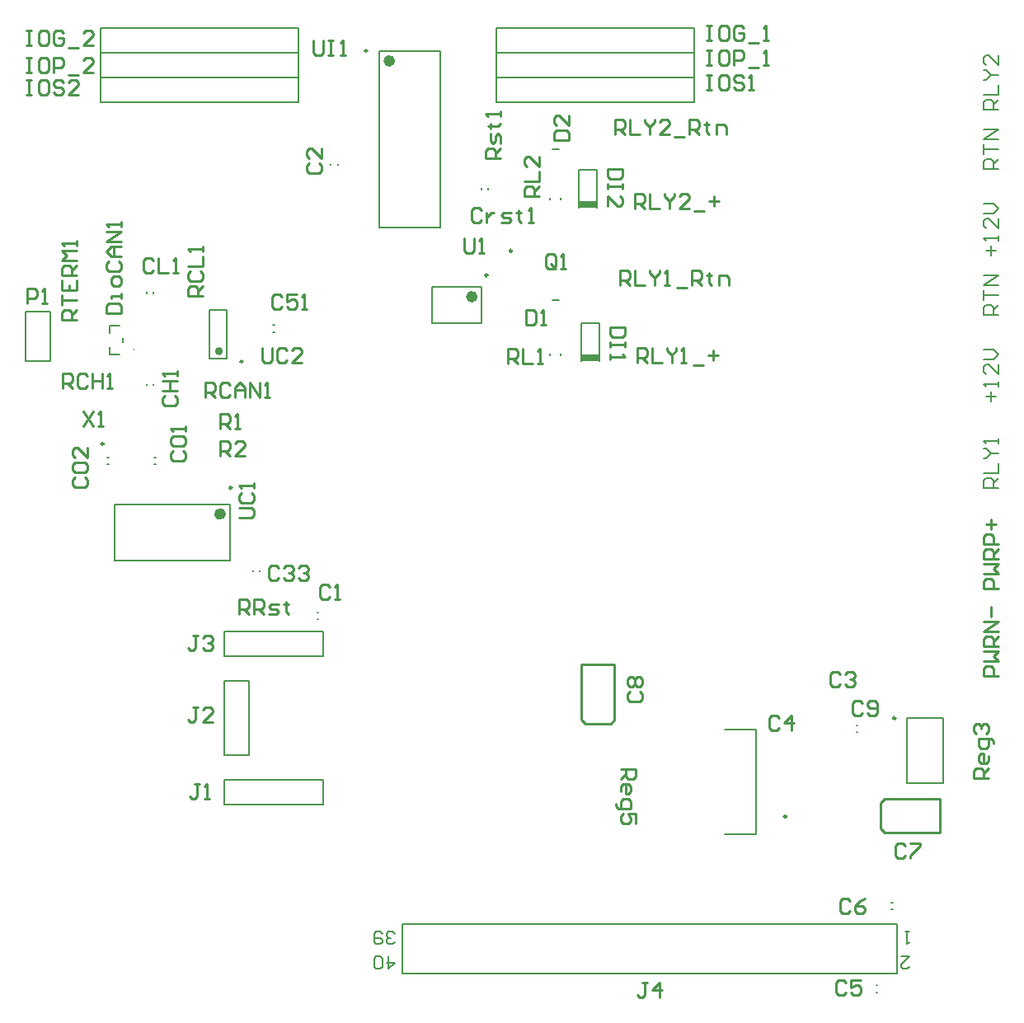
<source format=gto>
G04*
G04 #@! TF.GenerationSoftware,Altium Limited,Altium Designer,20.2.8 (258)*
G04*
G04 Layer_Color=65535*
%FSLAX24Y24*%
%MOIN*%
G70*
G04*
G04 #@! TF.SameCoordinates,2D8D9C66-5576-4C64-8BDA-EEC9A906AE53*
G04*
G04*
G04 #@! TF.FilePolarity,Positive*
G04*
G01*
G75*
%ADD10C,0.0079*%
%ADD11C,0.0098*%
%ADD12C,0.0236*%
%ADD13C,0.0157*%
%ADD14C,0.0100*%
%ADD15C,0.0080*%
%ADD16R,0.0748X0.0315*%
D10*
X4895Y26406D02*
G03*
X4895Y26406I-8J0D01*
G01*
X34110Y11208D02*
X34150D01*
X34110Y10932D02*
X34150D01*
X22167Y32480D02*
Y32520D01*
X21733Y32480D02*
Y32520D01*
X12550Y14000D02*
Y15000D01*
X8550Y14000D02*
X12550D01*
X8550Y15000D02*
X12550D01*
X8550Y14000D02*
Y15000D01*
X3550Y36400D02*
Y37400D01*
X11550D01*
Y36400D02*
Y37400D01*
X3550Y36400D02*
X11550D01*
X19550D02*
Y37400D01*
X27550D01*
Y36400D02*
Y37400D01*
X19550Y36400D02*
X27550D01*
X3550Y37400D02*
Y38400D01*
X11550D01*
Y37400D02*
Y38400D01*
X3550Y37400D02*
X11550D01*
X19550D02*
Y38400D01*
X27550D01*
Y37400D02*
Y38400D01*
X19550Y37400D02*
X27550D01*
X3550Y38400D02*
Y39400D01*
X11550D01*
Y38400D02*
Y39400D01*
X3550Y38400D02*
X11550D01*
X22876Y33668D02*
X23624D01*
Y32132D02*
Y33668D01*
X22876Y32132D02*
Y33668D01*
X21832Y34491D02*
X22068D01*
X3830Y21762D02*
X3870D01*
X3830Y22038D02*
X3870D01*
X5730Y21762D02*
X5770D01*
X5730Y22038D02*
X5770D01*
X5688Y28680D02*
Y28720D01*
X5412Y28680D02*
Y28720D01*
X5678Y24970D02*
Y25010D01*
X5402Y24970D02*
Y25010D01*
X9988Y17440D02*
Y17480D01*
X9712Y17440D02*
Y17480D01*
X10530Y27112D02*
X10570D01*
X10530Y27388D02*
X10570D01*
X35530Y3762D02*
X35570D01*
X35530Y4038D02*
X35570D01*
X34920Y688D02*
X34960D01*
X34920Y412D02*
X34960D01*
X12862Y33860D02*
Y33900D01*
X13138Y33860D02*
Y33900D01*
X12320Y15482D02*
X12360D01*
X12320Y15758D02*
X12360D01*
X19218Y32880D02*
Y32920D01*
X18942Y32880D02*
Y32920D01*
X21832Y28391D02*
X22068D01*
X22976Y27468D02*
X23724D01*
Y25932D02*
Y27468D01*
X22976Y25932D02*
Y27468D01*
X3934Y26209D02*
Y26504D01*
Y26209D02*
X4310D01*
X3934Y27351D02*
X4310D01*
X4446Y26682D02*
Y26878D01*
X3934Y27056D02*
Y27351D01*
X19550Y38400D02*
Y39400D01*
X27550D01*
Y38400D02*
Y39400D01*
X19550Y38400D02*
X27550D01*
X12550Y8000D02*
Y9000D01*
X8550Y8000D02*
X12550D01*
X8550Y9000D02*
X12550D01*
X8550Y8000D02*
Y9000D01*
Y10000D02*
Y13000D01*
Y10000D02*
X9550D01*
Y13000D01*
X8550D02*
X9550D01*
X15750Y3150D02*
X35750D01*
X15750Y1150D02*
X35750D01*
Y3150D01*
X15750Y1150D02*
Y3150D01*
X510Y27930D02*
X1510D01*
Y25930D02*
Y27930D01*
X510Y25930D02*
X1510D01*
X510D02*
Y27930D01*
X22167Y26180D02*
Y26220D01*
X21733Y26180D02*
Y26220D01*
X16946Y28928D02*
X18954D01*
X16946Y27472D02*
X18954D01*
Y28928D01*
X16946Y27472D02*
Y28928D01*
X4127Y17858D02*
Y20142D01*
X8773Y17858D02*
Y20142D01*
X4127Y17858D02*
X8773D01*
X4127Y20142D02*
X8773D01*
X7946Y27984D02*
X8654D01*
X7946Y26016D02*
X8654D01*
X7946D02*
Y27984D01*
X8654Y26016D02*
Y27984D01*
X14830Y31337D02*
X17270D01*
X14830Y38463D02*
X17270D01*
Y31337D02*
Y38463D01*
X14830Y31337D02*
Y38463D01*
X36162Y8851D02*
X37618D01*
X36162Y11489D02*
X37618D01*
Y8851D02*
Y11489D01*
X36162Y8851D02*
Y11489D01*
X28770Y11026D02*
X30050D01*
Y6814D02*
Y11026D01*
X28770Y6814D02*
X30050D01*
D11*
X20183Y30384D02*
G03*
X20183Y30384I-49J0D01*
G01*
X19200Y29401D02*
G03*
X19200Y29401I-49J0D01*
G01*
X8854Y20811D02*
G03*
X8854Y20811I-49J0D01*
G01*
X9294Y25915D02*
G03*
X9294Y25915I-49J0D01*
G01*
X14328Y38485D02*
G03*
X14328Y38485I-49J0D01*
G01*
X3674Y22585D02*
G03*
X3674Y22585I-49J0D01*
G01*
X35689Y11489D02*
G03*
X35689Y11489I-49J0D01*
G01*
X31280Y7516D02*
G03*
X31280Y7516I-49J0D01*
G01*
D12*
X18678Y28535D02*
G03*
X18678Y28535I-118J0D01*
G01*
X8497Y19748D02*
G03*
X8497Y19748I-118J0D01*
G01*
X15341Y38069D02*
G03*
X15341Y38069I-118J0D01*
G01*
D13*
X8418Y26331D02*
G03*
X8418Y26331I-79J0D01*
G01*
D14*
X22991Y11436D02*
X23148Y11279D01*
X24172D02*
X24329Y11436D01*
X23148Y11279D02*
X24172D01*
X22991Y13661D02*
X24329D01*
Y11436D02*
Y13661D01*
X22991Y11436D02*
Y13661D01*
X35089Y8062D02*
X35246Y8219D01*
X35089Y7038D02*
X35246Y6881D01*
X35089Y7038D02*
Y8062D01*
X37471Y6881D02*
Y8219D01*
X35246Y6881D02*
X37471D01*
X35246Y8219D02*
X37471D01*
X24590Y9420D02*
X25190D01*
Y9120D01*
X25090Y9020D01*
X24890D01*
X24790Y9120D01*
Y9420D01*
Y9220D02*
X24590Y9020D01*
Y8520D02*
Y8720D01*
X24690Y8820D01*
X24890D01*
X24990Y8720D01*
Y8520D01*
X24890Y8420D01*
X24790D01*
Y8820D01*
X24390Y8020D02*
Y7920D01*
X24490Y7821D01*
X24990D01*
Y8120D01*
X24890Y8220D01*
X24690D01*
X24590Y8120D01*
Y7821D01*
X25190Y7221D02*
Y7621D01*
X24890D01*
X24990Y7421D01*
Y7321D01*
X24890Y7221D01*
X24690D01*
X24590Y7321D01*
Y7521D01*
X24690Y7621D01*
X39450Y9050D02*
X38850D01*
Y9350D01*
X38950Y9450D01*
X39150D01*
X39250Y9350D01*
Y9050D01*
Y9250D02*
X39450Y9450D01*
Y9950D02*
Y9750D01*
X39350Y9650D01*
X39150D01*
X39050Y9750D01*
Y9950D01*
X39150Y10050D01*
X39250D01*
Y9650D01*
X39650Y10450D02*
Y10550D01*
X39550Y10649D01*
X39050D01*
Y10350D01*
X39150Y10250D01*
X39350D01*
X39450Y10350D01*
Y10649D01*
X38950Y10849D02*
X38850Y10949D01*
Y11149D01*
X38950Y11249D01*
X39050D01*
X39150Y11149D01*
Y11049D01*
Y11149D01*
X39250Y11249D01*
X39350D01*
X39450Y11149D01*
Y10949D01*
X39350Y10849D01*
X34350Y12100D02*
X34250Y12200D01*
X34050D01*
X33950Y12100D01*
Y11700D01*
X34050Y11600D01*
X34250D01*
X34350Y11700D01*
X34550D02*
X34650Y11600D01*
X34850D01*
X34950Y11700D01*
Y12100D01*
X34850Y12200D01*
X34650D01*
X34550Y12100D01*
Y12000D01*
X34650Y11900D01*
X34950D01*
X24960Y12560D02*
X24860Y12460D01*
Y12260D01*
X24960Y12160D01*
X25360D01*
X25460Y12260D01*
Y12460D01*
X25360Y12560D01*
X24960Y12760D02*
X24860Y12860D01*
Y13060D01*
X24960Y13160D01*
X25060D01*
X25160Y13060D01*
X25260Y13160D01*
X25360D01*
X25460Y13060D01*
Y12860D01*
X25360Y12760D01*
X25260D01*
X25160Y12860D01*
X25060Y12760D01*
X24960D01*
X25160Y12860D02*
Y13060D01*
X36090Y6320D02*
X35990Y6420D01*
X35790D01*
X35690Y6320D01*
Y5920D01*
X35790Y5820D01*
X35990D01*
X36090Y5920D01*
X36290Y6420D02*
X36690D01*
Y6320D01*
X36290Y5920D01*
Y5820D01*
X2840Y23890D02*
X3240Y23290D01*
Y23890D02*
X2840Y23290D01*
X3440D02*
X3640D01*
X3540D01*
Y23890D01*
X3440Y23790D01*
X12150Y38900D02*
Y38400D01*
X12250Y38300D01*
X12450D01*
X12550Y38400D01*
Y38900D01*
X12750D02*
X12950D01*
X12850D01*
Y38300D01*
X12750D01*
X12950D01*
X13250D02*
X13450D01*
X13350D01*
Y38900D01*
X13250Y38800D01*
X10090Y26450D02*
Y25950D01*
X10190Y25850D01*
X10390D01*
X10490Y25950D01*
Y26450D01*
X11090Y26350D02*
X10990Y26450D01*
X10790D01*
X10690Y26350D01*
Y25950D01*
X10790Y25850D01*
X10990D01*
X11090Y25950D01*
X11689Y25850D02*
X11290D01*
X11689Y26250D01*
Y26350D01*
X11590Y26450D01*
X11390D01*
X11290Y26350D01*
X9150Y19600D02*
X9650D01*
X9750Y19700D01*
Y19900D01*
X9650Y20000D01*
X9150D01*
X9250Y20600D02*
X9150Y20500D01*
Y20300D01*
X9250Y20200D01*
X9650D01*
X9750Y20300D01*
Y20500D01*
X9650Y20600D01*
X9750Y20800D02*
Y21000D01*
Y20900D01*
X9150D01*
X9250Y20800D01*
X18250Y30900D02*
Y30400D01*
X18350Y30300D01*
X18550D01*
X18650Y30400D01*
Y30900D01*
X18850Y30300D02*
X19050D01*
X18950D01*
Y30900D01*
X18850Y30800D01*
X2580Y27590D02*
X1980D01*
Y27890D01*
X2080Y27990D01*
X2280D01*
X2380Y27890D01*
Y27590D01*
Y27790D02*
X2580Y27990D01*
X1980Y28190D02*
Y28590D01*
Y28390D01*
X2580D01*
X1980Y29189D02*
Y28790D01*
X2580D01*
Y29189D01*
X2280Y28790D02*
Y28990D01*
X2580Y29389D02*
X1980D01*
Y29689D01*
X2080Y29789D01*
X2280D01*
X2380Y29689D01*
Y29389D01*
Y29589D02*
X2580Y29789D01*
Y29989D02*
X1980D01*
X2180Y30189D01*
X1980Y30389D01*
X2580D01*
Y30589D02*
Y30789D01*
Y30689D01*
X1980D01*
X2080Y30589D01*
X24350Y35100D02*
Y35700D01*
X24650D01*
X24750Y35600D01*
Y35400D01*
X24650Y35300D01*
X24350D01*
X24550D02*
X24750Y35100D01*
X24950Y35700D02*
Y35100D01*
X25350D01*
X25550Y35700D02*
Y35600D01*
X25750Y35400D01*
X25949Y35600D01*
Y35700D01*
X25750Y35400D02*
Y35100D01*
X26549D02*
X26149D01*
X26549Y35500D01*
Y35600D01*
X26449Y35700D01*
X26249D01*
X26149Y35600D01*
X26749Y35000D02*
X27149D01*
X27349Y35100D02*
Y35700D01*
X27649D01*
X27749Y35600D01*
Y35400D01*
X27649Y35300D01*
X27349D01*
X27549D02*
X27749Y35100D01*
X28049Y35600D02*
Y35500D01*
X27949D01*
X28149D01*
X28049D01*
Y35200D01*
X28149Y35100D01*
X28449D02*
Y35500D01*
X28749D01*
X28849Y35400D01*
Y35100D01*
X25150Y32100D02*
Y32700D01*
X25450D01*
X25550Y32600D01*
Y32400D01*
X25450Y32300D01*
X25150D01*
X25350D02*
X25550Y32100D01*
X25750Y32700D02*
Y32100D01*
X26150D01*
X26350Y32700D02*
Y32600D01*
X26550Y32400D01*
X26749Y32600D01*
Y32700D01*
X26550Y32400D02*
Y32100D01*
X27349D02*
X26949D01*
X27349Y32500D01*
Y32600D01*
X27249Y32700D01*
X27049D01*
X26949Y32600D01*
X27549Y32000D02*
X27949D01*
X28149Y32400D02*
X28549D01*
X28349Y32600D02*
Y32200D01*
X24550Y29000D02*
Y29600D01*
X24850D01*
X24950Y29500D01*
Y29300D01*
X24850Y29200D01*
X24550D01*
X24750D02*
X24950Y29000D01*
X25150Y29600D02*
Y29000D01*
X25550D01*
X25750Y29600D02*
Y29500D01*
X25950Y29300D01*
X26149Y29500D01*
Y29600D01*
X25950Y29300D02*
Y29000D01*
X26349D02*
X26549D01*
X26449D01*
Y29600D01*
X26349Y29500D01*
X26849Y28900D02*
X27249D01*
X27449Y29000D02*
Y29600D01*
X27749D01*
X27849Y29500D01*
Y29300D01*
X27749Y29200D01*
X27449D01*
X27649D02*
X27849Y29000D01*
X28149Y29500D02*
Y29400D01*
X28049D01*
X28249D01*
X28149D01*
Y29100D01*
X28249Y29000D01*
X28549D02*
Y29400D01*
X28849D01*
X28949Y29300D01*
Y29000D01*
X25235Y25865D02*
Y26465D01*
X25535D01*
X25635Y26365D01*
Y26165D01*
X25535Y26065D01*
X25235D01*
X25435D02*
X25635Y25865D01*
X25835Y26465D02*
Y25865D01*
X26235D01*
X26435Y26465D02*
Y26365D01*
X26635Y26165D01*
X26834Y26365D01*
Y26465D01*
X26635Y26165D02*
Y25865D01*
X27034D02*
X27234D01*
X27134D01*
Y26465D01*
X27034Y26365D01*
X27534Y25765D02*
X27934D01*
X28134Y26165D02*
X28534D01*
X28334Y26365D02*
Y25965D01*
X21280Y32600D02*
X20680D01*
Y32900D01*
X20780Y33000D01*
X20980D01*
X21080Y32900D01*
Y32600D01*
Y32800D02*
X21280Y33000D01*
X20680Y33200D02*
X21280D01*
Y33600D01*
Y34199D02*
Y33800D01*
X20880Y34199D01*
X20780D01*
X20680Y34100D01*
Y33900D01*
X20780Y33800D01*
X20030Y25830D02*
Y26430D01*
X20330D01*
X20430Y26330D01*
Y26130D01*
X20330Y26030D01*
X20030D01*
X20230D02*
X20430Y25830D01*
X20630Y26430D02*
Y25830D01*
X21030D01*
X21230D02*
X21430D01*
X21330D01*
Y26430D01*
X21230Y26330D01*
X7700Y28570D02*
X7100D01*
Y28870D01*
X7200Y28970D01*
X7400D01*
X7500Y28870D01*
Y28570D01*
Y28770D02*
X7700Y28970D01*
X7200Y29570D02*
X7100Y29470D01*
Y29270D01*
X7200Y29170D01*
X7600D01*
X7700Y29270D01*
Y29470D01*
X7600Y29570D01*
X7100Y29770D02*
X7700D01*
Y30169D01*
Y30369D02*
Y30569D01*
Y30469D01*
X7100D01*
X7200Y30369D01*
X2030Y24840D02*
Y25440D01*
X2330D01*
X2430Y25340D01*
Y25140D01*
X2330Y25040D01*
X2030D01*
X2230D02*
X2430Y24840D01*
X3030Y25340D02*
X2930Y25440D01*
X2730D01*
X2630Y25340D01*
Y24940D01*
X2730Y24840D01*
X2930D01*
X3030Y24940D01*
X3230Y25440D02*
Y24840D01*
Y25140D01*
X3629D01*
Y25440D01*
Y24840D01*
X3829D02*
X4029D01*
X3929D01*
Y25440D01*
X3829Y25340D01*
X7790Y24470D02*
Y25070D01*
X8090D01*
X8190Y24970D01*
Y24770D01*
X8090Y24670D01*
X7790D01*
X7990D02*
X8190Y24470D01*
X8790Y24970D02*
X8690Y25070D01*
X8490D01*
X8390Y24970D01*
Y24570D01*
X8490Y24470D01*
X8690D01*
X8790Y24570D01*
X8990Y24470D02*
Y24870D01*
X9190Y25070D01*
X9389Y24870D01*
Y24470D01*
Y24770D01*
X8990D01*
X9589Y24470D02*
Y25070D01*
X9989Y24470D01*
Y25070D01*
X10189Y24470D02*
X10389D01*
X10289D01*
Y25070D01*
X10189Y24970D01*
X8400Y22090D02*
Y22690D01*
X8700D01*
X8800Y22590D01*
Y22390D01*
X8700Y22290D01*
X8400D01*
X8600D02*
X8800Y22090D01*
X9400D02*
X9000D01*
X9400Y22490D01*
Y22590D01*
X9300Y22690D01*
X9100D01*
X9000Y22590D01*
X8370Y23210D02*
Y23810D01*
X8670D01*
X8770Y23710D01*
Y23510D01*
X8670Y23410D01*
X8370D01*
X8570D02*
X8770Y23210D01*
X8970D02*
X9170D01*
X9070D01*
Y23810D01*
X8970Y23710D01*
X21950Y29750D02*
Y30150D01*
X21850Y30250D01*
X21650D01*
X21550Y30150D01*
Y29750D01*
X21650Y29650D01*
X21850D01*
X21750Y29850D02*
X21950Y29650D01*
X21850D02*
X21950Y29750D01*
X22150Y29650D02*
X22350D01*
X22250D01*
Y30250D01*
X22150Y30150D01*
X39840Y16720D02*
X39240D01*
Y17020D01*
X39340Y17120D01*
X39540D01*
X39640Y17020D01*
Y16720D01*
X39240Y17320D02*
X39840D01*
X39640Y17520D01*
X39840Y17720D01*
X39240D01*
X39840Y17920D02*
X39240D01*
Y18220D01*
X39340Y18319D01*
X39540D01*
X39640Y18220D01*
Y17920D01*
Y18120D02*
X39840Y18319D01*
Y18519D02*
X39240D01*
Y18819D01*
X39340Y18919D01*
X39540D01*
X39640Y18819D01*
Y18519D01*
X39540Y19119D02*
Y19519D01*
X39340Y19319D02*
X39740D01*
X39850Y13200D02*
X39250D01*
Y13500D01*
X39350Y13600D01*
X39550D01*
X39650Y13500D01*
Y13200D01*
X39250Y13800D02*
X39850D01*
X39650Y14000D01*
X39850Y14200D01*
X39250D01*
X39850Y14400D02*
X39250D01*
Y14700D01*
X39350Y14799D01*
X39550D01*
X39650Y14700D01*
Y14400D01*
Y14600D02*
X39850Y14799D01*
Y14999D02*
X39250D01*
X39850Y15399D01*
X39250D01*
X39550Y15599D02*
Y15999D01*
X575Y28265D02*
Y28865D01*
X875D01*
X975Y28765D01*
Y28565D01*
X875Y28465D01*
X575D01*
X1175Y28265D02*
X1375D01*
X1275D01*
Y28865D01*
X1175Y28765D01*
X25650Y800D02*
X25450D01*
X25550D01*
Y300D01*
X25450Y200D01*
X25350D01*
X25250Y300D01*
X26150Y200D02*
Y800D01*
X25850Y500D01*
X26250D01*
X7480Y14830D02*
X7280D01*
X7380D01*
Y14330D01*
X7280Y14230D01*
X7180D01*
X7080Y14330D01*
X7680Y14730D02*
X7780Y14830D01*
X7980D01*
X8080Y14730D01*
Y14630D01*
X7980Y14530D01*
X7880D01*
X7980D01*
X8080Y14430D01*
Y14330D01*
X7980Y14230D01*
X7780D01*
X7680Y14330D01*
X7480Y11920D02*
X7280D01*
X7380D01*
Y11420D01*
X7280Y11320D01*
X7180D01*
X7080Y11420D01*
X8080Y11320D02*
X7680D01*
X8080Y11720D01*
Y11820D01*
X7980Y11920D01*
X7780D01*
X7680Y11820D01*
X7560Y8830D02*
X7360D01*
X7460D01*
Y8330D01*
X7360Y8230D01*
X7260D01*
X7160Y8330D01*
X7760Y8230D02*
X7960D01*
X7860D01*
Y8830D01*
X7760Y8730D01*
X550Y37300D02*
X750D01*
X650D01*
Y36700D01*
X550D01*
X750D01*
X1350Y37300D02*
X1150D01*
X1050Y37200D01*
Y36800D01*
X1150Y36700D01*
X1350D01*
X1450Y36800D01*
Y37200D01*
X1350Y37300D01*
X2050Y37200D02*
X1950Y37300D01*
X1750D01*
X1650Y37200D01*
Y37100D01*
X1750Y37000D01*
X1950D01*
X2050Y36900D01*
Y36800D01*
X1950Y36700D01*
X1750D01*
X1650Y36800D01*
X2649Y36700D02*
X2249D01*
X2649Y37100D01*
Y37200D01*
X2549Y37300D01*
X2349D01*
X2249Y37200D01*
X28050Y37500D02*
X28250D01*
X28150D01*
Y36900D01*
X28050D01*
X28250D01*
X28850Y37500D02*
X28650D01*
X28550Y37400D01*
Y37000D01*
X28650Y36900D01*
X28850D01*
X28950Y37000D01*
Y37400D01*
X28850Y37500D01*
X29550Y37400D02*
X29450Y37500D01*
X29250D01*
X29150Y37400D01*
Y37300D01*
X29250Y37200D01*
X29450D01*
X29550Y37100D01*
Y37000D01*
X29450Y36900D01*
X29250D01*
X29150Y37000D01*
X29749Y36900D02*
X29949D01*
X29849D01*
Y37500D01*
X29749Y37400D01*
X550Y38200D02*
X750D01*
X650D01*
Y37600D01*
X550D01*
X750D01*
X1350Y38200D02*
X1150D01*
X1050Y38100D01*
Y37700D01*
X1150Y37600D01*
X1350D01*
X1450Y37700D01*
Y38100D01*
X1350Y38200D01*
X1650Y37600D02*
Y38200D01*
X1950D01*
X2050Y38100D01*
Y37900D01*
X1950Y37800D01*
X1650D01*
X2249Y37500D02*
X2649D01*
X3249Y37600D02*
X2849D01*
X3249Y38000D01*
Y38100D01*
X3149Y38200D01*
X2949D01*
X2849Y38100D01*
X28050Y38500D02*
X28250D01*
X28150D01*
Y37900D01*
X28050D01*
X28250D01*
X28850Y38500D02*
X28650D01*
X28550Y38400D01*
Y38000D01*
X28650Y37900D01*
X28850D01*
X28950Y38000D01*
Y38400D01*
X28850Y38500D01*
X29150Y37900D02*
Y38500D01*
X29450D01*
X29550Y38400D01*
Y38200D01*
X29450Y38100D01*
X29150D01*
X29749Y37800D02*
X30149D01*
X30349Y37900D02*
X30549D01*
X30449D01*
Y38500D01*
X30349Y38400D01*
X550Y39300D02*
X750D01*
X650D01*
Y38700D01*
X550D01*
X750D01*
X1350Y39300D02*
X1150D01*
X1050Y39200D01*
Y38800D01*
X1150Y38700D01*
X1350D01*
X1450Y38800D01*
Y39200D01*
X1350Y39300D01*
X2050Y39200D02*
X1950Y39300D01*
X1750D01*
X1650Y39200D01*
Y38800D01*
X1750Y38700D01*
X1950D01*
X2050Y38800D01*
Y39000D01*
X1850D01*
X2249Y38600D02*
X2649D01*
X3249Y38700D02*
X2849D01*
X3249Y39100D01*
Y39200D01*
X3149Y39300D01*
X2949D01*
X2849Y39200D01*
X28050Y39500D02*
X28250D01*
X28150D01*
Y38900D01*
X28050D01*
X28250D01*
X28850Y39500D02*
X28650D01*
X28550Y39400D01*
Y39000D01*
X28650Y38900D01*
X28850D01*
X28950Y39000D01*
Y39400D01*
X28850Y39500D01*
X29550Y39400D02*
X29450Y39500D01*
X29250D01*
X29150Y39400D01*
Y39000D01*
X29250Y38900D01*
X29450D01*
X29550Y39000D01*
Y39200D01*
X29350D01*
X29749Y38800D02*
X30149D01*
X30349Y38900D02*
X30549D01*
X30449D01*
Y39500D01*
X30349Y39400D01*
X3790Y27880D02*
X4390D01*
Y28180D01*
X4290Y28280D01*
X3890D01*
X3790Y28180D01*
Y27880D01*
X4390Y28480D02*
Y28680D01*
Y28580D01*
X3990D01*
Y28480D01*
X4390Y29080D02*
Y29280D01*
X4290Y29380D01*
X4090D01*
X3990Y29280D01*
Y29080D01*
X4090Y28980D01*
X4290D01*
X4390Y29080D01*
X3890Y29979D02*
X3790Y29879D01*
Y29679D01*
X3890Y29579D01*
X4290D01*
X4390Y29679D01*
Y29879D01*
X4290Y29979D01*
X4390Y30179D02*
X3990D01*
X3790Y30379D01*
X3990Y30579D01*
X4390D01*
X4090D01*
Y30179D01*
X4390Y30779D02*
X3790D01*
X4390Y31179D01*
X3790D01*
X4390Y31379D02*
Y31579D01*
Y31479D01*
X3790D01*
X3890Y31379D01*
X24650Y33700D02*
X24050D01*
Y33400D01*
X24150Y33300D01*
X24550D01*
X24650Y33400D01*
Y33700D01*
Y33100D02*
Y32900D01*
Y33000D01*
X24050D01*
Y33100D01*
Y32900D01*
Y32200D02*
Y32600D01*
X24450Y32200D01*
X24550D01*
X24650Y32300D01*
Y32500D01*
X24550Y32600D01*
X24750Y27300D02*
X24150D01*
Y27000D01*
X24250Y26900D01*
X24650D01*
X24750Y27000D01*
Y27300D01*
Y26700D02*
Y26500D01*
Y26600D01*
X24150D01*
Y26700D01*
Y26500D01*
Y26200D02*
Y26000D01*
Y26100D01*
X24750D01*
X24650Y26200D01*
X21870Y34850D02*
X22470D01*
Y35150D01*
X22370Y35250D01*
X21970D01*
X21870Y35150D01*
Y34850D01*
X22470Y35850D02*
Y35450D01*
X22070Y35850D01*
X21970D01*
X21870Y35750D01*
Y35550D01*
X21970Y35450D01*
X20750Y28000D02*
Y27400D01*
X21050D01*
X21150Y27500D01*
Y27900D01*
X21050Y28000D01*
X20750D01*
X21350Y27400D02*
X21550D01*
X21450D01*
Y28000D01*
X21350Y27900D01*
X2510Y21240D02*
X2410Y21140D01*
Y20940D01*
X2510Y20840D01*
X2910D01*
X3010Y20940D01*
Y21140D01*
X2910Y21240D01*
X2410Y21740D02*
Y21540D01*
X2510Y21440D01*
X2910D01*
X3010Y21540D01*
Y21740D01*
X2910Y21840D01*
X2510D01*
X2410Y21740D01*
X3010Y22439D02*
Y22040D01*
X2610Y22439D01*
X2510D01*
X2410Y22340D01*
Y22140D01*
X2510Y22040D01*
X6480Y22300D02*
X6380Y22200D01*
Y22000D01*
X6480Y21900D01*
X6880D01*
X6980Y22000D01*
Y22200D01*
X6880Y22300D01*
X6380Y22800D02*
Y22600D01*
X6480Y22500D01*
X6880D01*
X6980Y22600D01*
Y22800D01*
X6880Y22900D01*
X6480D01*
X6380Y22800D01*
X6980Y23100D02*
Y23300D01*
Y23200D01*
X6380D01*
X6480Y23100D01*
X5690Y30000D02*
X5590Y30100D01*
X5390D01*
X5290Y30000D01*
Y29600D01*
X5390Y29500D01*
X5590D01*
X5690Y29600D01*
X5890Y30100D02*
Y29500D01*
X6290D01*
X6490D02*
X6690D01*
X6590D01*
Y30100D01*
X6490Y30000D01*
X6150Y24540D02*
X6050Y24440D01*
Y24240D01*
X6150Y24140D01*
X6550D01*
X6650Y24240D01*
Y24440D01*
X6550Y24540D01*
X6050Y24740D02*
X6650D01*
X6350D01*
Y25140D01*
X6050D01*
X6650D01*
Y25340D02*
Y25540D01*
Y25440D01*
X6050D01*
X6150Y25340D01*
X10750Y17560D02*
X10650Y17660D01*
X10450D01*
X10350Y17560D01*
Y17160D01*
X10450Y17060D01*
X10650D01*
X10750Y17160D01*
X10950Y17560D02*
X11050Y17660D01*
X11250D01*
X11350Y17560D01*
Y17460D01*
X11250Y17360D01*
X11150D01*
X11250D01*
X11350Y17260D01*
Y17160D01*
X11250Y17060D01*
X11050D01*
X10950Y17160D01*
X11550Y17560D02*
X11650Y17660D01*
X11850D01*
X11949Y17560D01*
Y17460D01*
X11850Y17360D01*
X11750D01*
X11850D01*
X11949Y17260D01*
Y17160D01*
X11850Y17060D01*
X11650D01*
X11550Y17160D01*
X10890Y28520D02*
X10790Y28620D01*
X10590D01*
X10490Y28520D01*
Y28120D01*
X10590Y28020D01*
X10790D01*
X10890Y28120D01*
X11490Y28620D02*
X11090D01*
Y28320D01*
X11290Y28420D01*
X11390D01*
X11490Y28320D01*
Y28120D01*
X11390Y28020D01*
X11190D01*
X11090Y28120D01*
X11690Y28020D02*
X11890D01*
X11790D01*
Y28620D01*
X11690Y28520D01*
X33850Y4100D02*
X33750Y4200D01*
X33550D01*
X33450Y4100D01*
Y3700D01*
X33550Y3600D01*
X33750D01*
X33850Y3700D01*
X34450Y4200D02*
X34250Y4100D01*
X34050Y3900D01*
Y3700D01*
X34150Y3600D01*
X34350D01*
X34450Y3700D01*
Y3800D01*
X34350Y3900D01*
X34050D01*
X33670Y790D02*
X33570Y890D01*
X33370D01*
X33270Y790D01*
Y390D01*
X33370Y290D01*
X33570D01*
X33670Y390D01*
X34270Y890D02*
X33870D01*
Y590D01*
X34070Y690D01*
X34170D01*
X34270Y590D01*
Y390D01*
X34170Y290D01*
X33970D01*
X33870Y390D01*
X31000Y11500D02*
X30900Y11600D01*
X30700D01*
X30600Y11500D01*
Y11100D01*
X30700Y11000D01*
X30900D01*
X31000Y11100D01*
X31500Y11000D02*
Y11600D01*
X31200Y11300D01*
X31600D01*
X33450Y13280D02*
X33350Y13380D01*
X33150D01*
X33050Y13280D01*
Y12880D01*
X33150Y12780D01*
X33350D01*
X33450Y12880D01*
X33650Y13280D02*
X33750Y13380D01*
X33950D01*
X34050Y13280D01*
Y13180D01*
X33950Y13080D01*
X33850D01*
X33950D01*
X34050Y12980D01*
Y12880D01*
X33950Y12780D01*
X33750D01*
X33650Y12880D01*
X11975Y33915D02*
X11875Y33815D01*
Y33615D01*
X11975Y33515D01*
X12375D01*
X12475Y33615D01*
Y33815D01*
X12375Y33915D01*
X12475Y34515D02*
Y34115D01*
X12075Y34515D01*
X11975D01*
X11875Y34415D01*
Y34215D01*
X11975Y34115D01*
X12820Y16790D02*
X12720Y16890D01*
X12520D01*
X12420Y16790D01*
Y16390D01*
X12520Y16290D01*
X12720D01*
X12820Y16390D01*
X13020Y16290D02*
X13220D01*
X13120D01*
Y16890D01*
X13020Y16790D01*
X9150Y15700D02*
Y16300D01*
X9450D01*
X9550Y16200D01*
Y16000D01*
X9450Y15900D01*
X9150D01*
X9350D02*
X9550Y15700D01*
X9750D02*
Y16300D01*
X10050D01*
X10150Y16200D01*
Y16000D01*
X10050Y15900D01*
X9750D01*
X9950D02*
X10150Y15700D01*
X10350D02*
X10650D01*
X10749Y15800D01*
X10650Y15900D01*
X10450D01*
X10350Y16000D01*
X10450Y16100D01*
X10749D01*
X11049Y16200D02*
Y16100D01*
X10949D01*
X11149D01*
X11049D01*
Y15800D01*
X11149Y15700D01*
X18950Y32020D02*
X18850Y32120D01*
X18650D01*
X18550Y32020D01*
Y31620D01*
X18650Y31520D01*
X18850D01*
X18950Y31620D01*
X19150Y31920D02*
Y31520D01*
Y31720D01*
X19250Y31820D01*
X19350Y31920D01*
X19450D01*
X19750Y31520D02*
X20050D01*
X20149Y31620D01*
X20050Y31720D01*
X19850D01*
X19750Y31820D01*
X19850Y31920D01*
X20149D01*
X20449Y32020D02*
Y31920D01*
X20349D01*
X20549D01*
X20449D01*
Y31620D01*
X20549Y31520D01*
X20849D02*
X21049D01*
X20949D01*
Y32120D01*
X20849Y32020D01*
X19710Y34140D02*
X19110D01*
Y34440D01*
X19210Y34540D01*
X19410D01*
X19510Y34440D01*
Y34140D01*
Y34340D02*
X19710Y34540D01*
Y34740D02*
Y35040D01*
X19610Y35140D01*
X19510Y35040D01*
Y34840D01*
X19410Y34740D01*
X19310Y34840D01*
Y35140D01*
X19210Y35440D02*
X19310D01*
Y35340D01*
Y35540D01*
Y35440D01*
X19610D01*
X19710Y35540D01*
Y35839D02*
Y36039D01*
Y35939D01*
X19110D01*
X19210Y35839D01*
D15*
X39850Y20800D02*
X39250D01*
Y21100D01*
X39350Y21200D01*
X39550D01*
X39650Y21100D01*
Y20800D01*
Y21000D02*
X39850Y21200D01*
X39250Y21400D02*
X39850D01*
Y21800D01*
X39250Y22000D02*
X39350D01*
X39550Y22200D01*
X39350Y22399D01*
X39250D01*
X39550Y22200D02*
X39850D01*
Y22599D02*
Y22799D01*
Y22699D01*
X39250D01*
X39350Y22599D01*
X39550Y24299D02*
Y24699D01*
X39350Y24499D02*
X39750D01*
X39850Y24899D02*
Y25099D01*
Y24999D01*
X39250D01*
X39350Y24899D01*
X39850Y25798D02*
Y25399D01*
X39450Y25798D01*
X39350D01*
X39250Y25698D01*
Y25498D01*
X39350Y25399D01*
X39250Y25998D02*
X39650D01*
X39850Y26198D01*
X39650Y26398D01*
X39250D01*
X39850Y27798D02*
X39250D01*
Y28098D01*
X39350Y28198D01*
X39550D01*
X39650Y28098D01*
Y27798D01*
Y27998D02*
X39850Y28198D01*
X39250Y28398D02*
Y28797D01*
Y28597D01*
X39850D01*
Y28997D02*
X39250D01*
X39850Y29397D01*
X39250D01*
X39550Y30200D02*
Y30600D01*
X39350Y30400D02*
X39750D01*
X39850Y30800D02*
Y31000D01*
Y30900D01*
X39250D01*
X39350Y30800D01*
X39850Y31700D02*
Y31300D01*
X39450Y31700D01*
X39350D01*
X39250Y31600D01*
Y31400D01*
X39350Y31300D01*
X39250Y31899D02*
X39650D01*
X39850Y32099D01*
X39650Y32299D01*
X39250D01*
X39850Y33699D02*
X39250D01*
Y33999D01*
X39350Y34099D01*
X39550D01*
X39650Y33999D01*
Y33699D01*
Y33899D02*
X39850Y34099D01*
X39250Y34299D02*
Y34699D01*
Y34499D01*
X39850D01*
Y34898D02*
X39250D01*
X39850Y35298D01*
X39250D01*
X39850Y36098D02*
X39250D01*
Y36398D01*
X39350Y36498D01*
X39550D01*
X39650Y36398D01*
Y36098D01*
Y36298D02*
X39850Y36498D01*
X39250Y36698D02*
X39850D01*
Y37098D01*
X39250Y37298D02*
X39350D01*
X39550Y37498D01*
X39350Y37698D01*
X39250D01*
X39550Y37498D02*
X39850D01*
Y38297D02*
Y37898D01*
X39450Y38297D01*
X39350D01*
X39250Y38197D01*
Y37997D01*
X39350Y37898D01*
X36250Y2850D02*
X36083D01*
X36167D01*
Y2350D01*
X36250Y2433D01*
X35917Y1850D02*
X36250D01*
X35917Y1517D01*
Y1433D01*
X36000Y1350D01*
X36167D01*
X36250Y1433D01*
X15200Y1850D02*
Y1350D01*
X15450Y1600D01*
X15117D01*
X14950Y1433D02*
X14867Y1350D01*
X14700D01*
X14617Y1433D01*
Y1767D01*
X14700Y1850D01*
X14867D01*
X14950Y1767D01*
Y1433D01*
X15450Y2433D02*
X15367Y2350D01*
X15200D01*
X15117Y2433D01*
Y2517D01*
X15200Y2600D01*
X15283D01*
X15200D01*
X15117Y2683D01*
Y2767D01*
X15200Y2850D01*
X15367D01*
X15450Y2767D01*
X14950D02*
X14867Y2850D01*
X14700D01*
X14617Y2767D01*
Y2433D01*
X14700Y2350D01*
X14867D01*
X14950Y2433D01*
Y2517D01*
X14867Y2600D01*
X14617D01*
D16*
X23250Y32250D02*
D03*
X23350Y26050D02*
D03*
M02*

</source>
